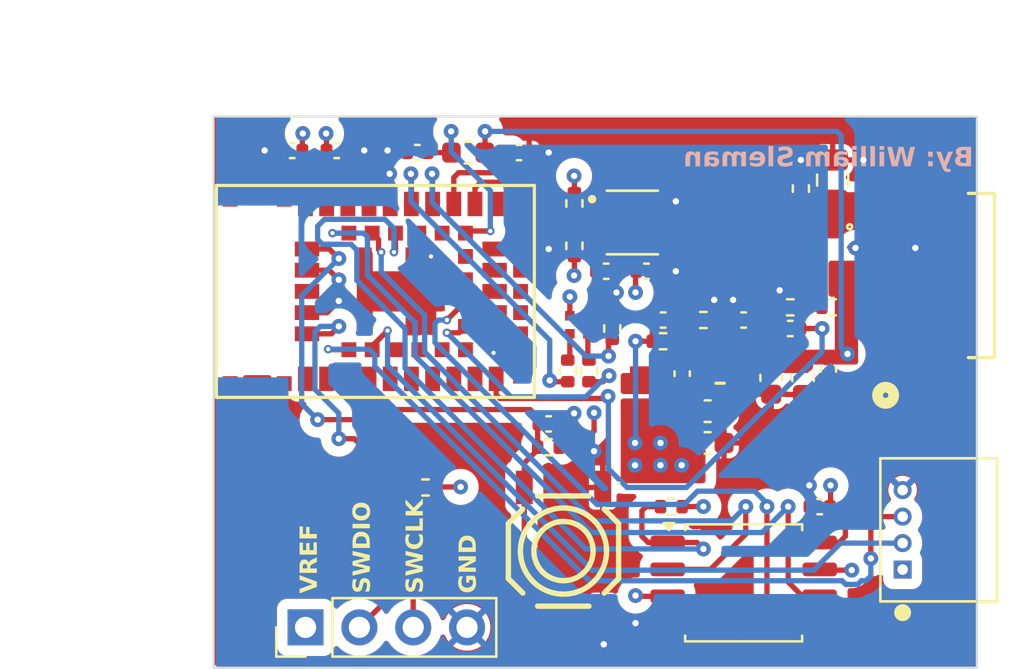
<source format=kicad_pcb>
(kicad_pcb (version 20241229) (generator "pcbnew") (generator_version "9.0")
  (layers (0 "F.Cu" signal) (4 "In1.Cu" signal "GND.Cu") (6 "In2.Cu" signal "3V3.Cu") (2 "B.Cu" signal) (13 "F.Paste" user) (15 "B.Paste" user) (5 "F.SilkS" user "F.Silkscreen") (7 "B.SilkS" user "B.Silkscreen") (1 "F.Mask" user) (3 "B.Mask" user) (25 "Edge.Cuts" user))
  (property "BOARD_NAME" "PCB NINA PROJECT")
  (property "RELEASE_DATE" "16-MAY-2025")
  (property "VARIANT" "DRAFT")
  (net 0 "")
  (net 1 "/[04] - MCU/RSTN")
  (net 2 "GND")
  (net 3 "+3V3")
  (net 4 "Net-(U1-VC)")
  (net 5 "/[04] - MCU/SAADC_AIN2")
  (net 6 "/[03] - Power Supply/BUCK_SW")
  (net 7 "Net-(U2-BST)")
  (net 8 "+VBUS")
  (net 9 "Net-(U2-FB)")
  (net 10 "Net-(U2-VCC)")
  (net 11 "Net-(U3-VBUS)")
  (net 14 "Net-(D2-Pad3)")
  (net 15 "Net-(D2-Pad4)")
  (net 16 "Net-(D2-Pad2)")
  (net 17 "/[04] - MCU/SWCLK")
  (net 18 "/[04] - MCU/SWDIO")
  (net 22 "/[04] - MCU/UART_TX")
  (net 23 "/[04] - MCU/UART_RX")
  (net 25 "/[04] - MCU/TWI1_SDA")
  (net 26 "/[04] - MCU/TWI1_SCL")
  (net 27 "/[04] - MCU/LED_RED")
  (net 28 "/[04] - MCU/LED_BLUE")
  (net 29 "/[04] - MCU/LED_GREEN")
  (net 30 "/[04] - MCU/SPI0_CS")
  (net 35 "/[04] - MCU/SPI0_MISO")
  (net 52 "/[04] - MCU/SPI0_SCK")
  (net 61 "/[04] - MCU/SPI0_MOSI")
  (net 67 "/[03] - Power Supply/SHIELD")
  (footprint "Resistor_SMD:R_0402_1005Metric" (layer "F.Cu") (at 197.015 87.6 90)
    (property "Reference" "R1" (hide yes))
    (property "Value" "4k7" (hide yes))
  )
  (footprint "Resistor_SMD:R_0402_1005Metric" (layer "F.Cu") (at 201.2 92.1)
    (property "Reference" "R9" (hide yes))
    (property "Value" "976k" (hide yes))
  )
  (footprint "Capacitor_SMD:C_0402_1005Metric" (layer "F.Cu") (at 209 93.425 -90)
    (property "Reference" "C7" (hide yes))
    (property "Value" "100n" (hide yes))
  )
  (footprint "Capacitor_SMD:C_0402_1005Metric" (layer "F.Cu") (at 201.2 91.1)
    (property "Reference" "C10" (hide yes))
    (property "Value" "22p" (hide yes))
  )
  (footprint "Resistor_SMD:R_0402_1005Metric" (layer "F.Cu") (at 201.5875 99.905 180)
    (property "Reference" "R13" (hide yes))
    (property "Value" "4k7" (hide yes))
  )
  (footprint "Capacitor_SMD:C_0603_1608Metric" (layer "F.Cu") (at 207.8 93.837563 -90)
    (property "Reference" "C9" (hide yes))
    (property "Value" "10u" (hide yes))
  )
  (footprint "0_ics:NINA_LGA71R_1500X1000X223_PCB" (layer "F.Cu") (at 187.625 89.75 180)
    (property "Reference" "U3" (hide yes))
    (property "Value" "NINA-B306" (hide yes))
  )
  (footprint "Capacitor_SMD:C_0402_1005Metric" (layer "F.Cu") (at 200.415 88.8)
    (property "Reference" "C2" (hide yes))
    (property "Value" "100n" (hide yes))
  )
  (footprint "0_others:SW-SMD_4P-L5.2-W5.2-P3.70-LS6.4" (layer "F.Cu") (at 196.5 102 -90)
    (property "Reference" "SW1")
    (property "Value" "PTS526SK15SMTR2LFS" (hide yes))
  )
  (footprint "Capacitor_SMD:C_0402_1005Metric" (layer "F.Cu") (at 202.1 93.630063 -90)
    (property "Reference" "C6" (hide yes))
    (property "Value" "100n" (hide yes))
  )
  (footprint "Capacitor_SMD:C_0402_1005Metric" (layer "F.Cu") (at 183.7 83.1 180)
    (property "Reference" "C16" (hide yes))
    (property "Value" "100n" (hide yes))
  )
  (footprint "0_ics:QFN-8_1p5MMx2MM_MNP" (layer "F.Cu") (at 203.9 92.9 180)
    (property "Reference" "U2" (hide yes))
    (property "Value" "MP2322GQH-P" (hide yes))
  )
  (footprint "Capacitor_SMD:C_0603_1608Metric" (layer "F.Cu") (at 203.3 96.9)
    (property "Reference" "C12" (hide yes))
    (property "Value" "10u" (hide yes))
  )
  (footprint "Resistor_SMD:R_0402_1005Metric" (layer "F.Cu") (at 198.8 91.5 -90)
    (property "Reference" "R7" (hide yes))
    (property "Value" "1k" (hide yes))
  )
  (footprint "0_connectors:CONN5_ZX62-AB-5PA_HIR" (layer "F.Cu") (at 214.2 88.9995 90)
    (property "Reference" "J2" (hide yes))
    (property "Value" "ZX62-AB-5PA(31)" (hide yes))
  )
  (footprint "Resistor_SMD:R_0402_1005Metric" (layer "F.Cu") (at 207.2 90.5005 180)
    (property "Reference" "R8" (hide yes))
    (property "Value" "1k" (hide yes))
  )
  (footprint "0_diodes:LED_SML-P24M_ROM" (layer "F.Cu") (at 197.225 91.325)
    (property "Reference" "D2" (hide yes))
    (property "Value" "~" (hide yes))
  )
  (footprint "0_diodes:SOT143B" (layer "F.Cu") (at 208.5 87.7 180)
    (property "Reference" "D1")
    (property "Value" "PRTR5V0U2X_215" (hide yes))
  )
  (footprint "Resistor_SMD:R_0402_1005Metric" (layer "F.Cu") (at 196.7 93.5 -90)
    (property "Reference" "R5" (hide yes))
    (property "Value" "1k" (hide yes))
  )
  (footprint "Capacitor_SMD:C_0603_1608Metric" (layer "F.Cu") (at 206.3 93.825 -90)
    (property "Reference" "C8" (hide yes))
    (property "Value" "10u" (hide yes))
  )
  (footprint "Capacitor_SMD:C_0805_2012Metric" (layer "F.Cu") (at 209.2 84.5 90)
    (property "Reference" "C4" (hide yes))
    (property "Value" "4.7n" (hide yes))
  )
  (footprint "Package_SO:SOIC-8_5.3x5.3mm_P1.27mm" (layer "F.Cu") (at 205 103.5)
    (property "Reference" "U4" (hide yes))
    (property "Value" "W25Q64JVSSIMTR" (hide yes))
  )
  (footprint "0_connectors:MOLEX_530480410" (layer "F.Cu") (at 212.5 102.8745 90)
    (property "Reference" "J3")
    (property "Value" "Conn_01x04" (hide yes))
  )
  (footprint "0_inductors:INDC2016X100N" (layer "F.Cu") (at 200.5 94.7 -90)
    (property "Reference" "L1")
    (property "Value" "MAKK2016T3R3M" (hide yes))
  )
  (footprint "Capacitor_SMD:C_0402_1005Metric" (layer "F.Cu") (at 198.515 88.8)
    (property "Reference" "C3" (hide yes))
    (property "Value" "100n" (hide yes))
  )
  (footprint "Capacitor_SMD:C_0402_1005Metric" (layer "F.Cu") (at 189.6 83.2 180)
    (property "Reference" "C15" (hide yes))
    (property "Value" "1n" (hide yes))
  )
  (footprint "Capacitor_SMD:C_0402_1005Metric" (layer "F.Cu") (at 205 91.1 180)
    (property "Reference" "C13" (hide yes))
    (property "Value" "100n" (hide yes))
  )
  (footprint "Capacitor_SMD:C_0402_1005Metric" (layer "F.Cu") (at 208.5875 99.905 180)
    (property "Reference" "C18" (hide yes))
    (property "Value" "100n" (hide yes))
  )
  (footprint "Resistor_SMD:R_0402_1005Metric" (layer "F.Cu") (at 203.1 91.1)
    (property "Reference" "R10" (hide yes))
    (property "Value" "220k" (hide yes))
  )
  (footprint "Capacitor_SMD:C_0402_1005Metric" (layer "F.Cu") (at 195.8 96)
    (property "Reference" "C1" (hide yes))
    (property "Value" "100n" (hide yes))
  )
  (footprint "Resistor_SMD:R_0402_1005Metric" (layer "F.Cu") (at 197.7 93.5 -90)
    (property "Reference" "R6" (hide yes))
    (property "Value" "1k" (hide yes))
  )
  (footprint "Resistor_SMD:R_0402_1005Metric" (layer "F.Cu") (at 209.2 90.5005 180)
    (property "Reference" "R4" (hide yes))
    (property "Value" "4k7" (hide yes))
  )
  (footprint "Resistor_SMD:R_0402_1005Metric" (layer "F.Cu") (at 189.99 99 180)
    (property "Reference" "R12" (hide yes))
    (property "Value" "4k7" (hide yes))
  )
  (footprint "0_ics:XDCR_HS3003" (layer "F.Cu") (at 199.75 86.5)
    (property "Reference" "U1")
    (property "Value" "HS3003" (hide yes))
  )
  (footprint "Capacitor_SMD:C_0402_1005Metric" (layer "F.Cu") (at 207.2 91.5005 180)
    (property "Reference" "C5" (hide yes))
    (property "Value" "100n" (hide yes))
  )
  (footprint "Resistor_SMD:R_0402_1005Metric" (layer "F.Cu") (at 207.7 84.9 90)
    (property "Reference" "R3" (hide yes))
    (property "Value" "1M" (hide yes))
  )
  (footprint "Inductor_SMD:L_0603_1608Metric" (layer "F.Cu") (at 192 83.2 180)
    (property "Reference" "FB1" (hide yes))
    (property "Value" "BLM18EG101TN1D" (hide yes))
  )
  (footprint "Resistor_SMD:R_0402_1005Metric" (layer "F.Cu") (at 197.015 85.6 -90)
    (property "Reference" "R2" (hide yes))
    (property "Value" "4k7" (hide yes))
  )
  (footprint "Capacitor_SMD:C_0402_1005Metric" (layer "F.Cu") (at 185.8 83.1)
    (property "Reference" "C17" (hide yes))
    (property "Value" "100n" (hide yes))
  )
  (footprint "Resistor_SMD:R_0402_1005Metric" (layer "F.Cu") (at 195.79 97.1 180)
    (property "Reference" "R11" (hide yes))
    (property "Value" "4k7" (hide yes))
  )
  (footprint "Connector_PinHeader_2.54mm:PinHeader_1x04_P2.54mm_Vertical" (layer "F.Cu") (at 184.33 105.6 90)
    (property "Reference" "J1" (hide yes))
    (property "Value" "Conn_01x04" (hide yes))
  )
  (footprint "Capacitor_SMD:C_0402_1005Metric" (layer "F.Cu") (at 194.4 83.2)
    (property "Reference" "C14" (hide yes))
    (property "Value" "1n" (hide yes))
  )
  (footprint "Capacitor_SMD:C_0603_1608Metric" (layer "F.Cu") (at 203.3 95.4)
    (property "Reference" "C11" (hide yes))
    (property "Value" "10u" (hide yes))
  )
  (gr_rect (start 180 81.5) (end 216 107.5) (stroke (width 0.1)) (fill no) (layer "Edge.Cuts"))
  (gr_text "SWDIO" (at 187.5 104 90) (layer "F.SilkS") (effects (font (size 0.8 0.8) (thickness 0.2) (bold yes)) (justify left bottom)))
  (gr_text "SWCLK" (at 190 104 90) (layer "F.SilkS") (effects (font (size 0.8 0.8) (thickness 0.2) (bold yes)) (justify left bottom)))
  (gr_text "GND" (at 192.5 104 90) (layer "F.SilkS") (effects (font (size 0.8 0.8) (thickness 0.2) (bold yes)) (justify left bottom)))
  (gr_text "VREF" (at 185 104 90) (layer "F.SilkS") (effects (font (size 0.8 0.8) (thickness 0.2) (bold yes)) (justify left bottom)))
  (gr_text "By: William Sleman" (at 209 84 0) (layer "B.SilkS") (effects (font (size 0.9 0.9) (thickness 0.2) (bold yes)) (justify bottom mirror)))
  (segment (start 187.649 95.324) (end 187.325 95) (width 0.25) (layer "F.Cu") (net 1))
  (segment (start 195.32 96) (end 195.32 95.72) (width 0.25) (layer "F.Cu") (net 1))
  (segment (start 194.924 95.324) (end 187.649 95.324) (width 0.25) (layer "F.Cu") (net 1))
  (segment (start 195.28 97.22) (end 195.28 97.1) (width 0.25) (layer "F.Cu") (net 1))
  (segment (start 195.28 96.04) (end 195.32 96) (width 0.25) (layer "F.Cu") (net 1))
  (segment (start 194.650114 99) (end 194.650114 97.849886) (width 0.25) (layer "F.Cu") (net 1))
  (segment (start 194.650114 105) (end 194.650114 99) (width 0.25) (layer "F.Cu") (net 1))
  (segment (start 195.28 97.1) (end 195.28 96.04) (width 0.25) (layer "F.Cu") (net 1))
  (segment (start 195.32 95.72) (end 194.924 95.324) (width 0.25) (layer "F.Cu") (net 1))
  (segment (start 187.325 95) (end 187.325 93.875) (width 0.25) (layer "F.Cu") (net 1))
  (segment (start 194.650114 97.849886) (end 195.28 97.22) (width 0.25) (layer "F.Cu") (net 1))
  (segment (start 196.78 95.5) (end 196.28 96) (width 0.25) (layer "F.Cu") (net 2))
  (segment (start 188.325 84.225) (end 188.3 84.2) (width 0.25) (layer "F.Cu") (net 2))
  (segment (start 193.2 92.65) (end 193.2 91.8) (width 0.25) (layer "F.Cu") (net 2))
  (segment (start 204.5 90.15) (end 204.5 90.2) (width 0.25) (layer "F.Cu") (net 2))
  (segment (start 193.25 87.75) (end 194.475 87.75) (width 0.25) (layer "F.Cu") (net 2))
  (segment (start 208.1 98.9) (end 208.1 99.8975) (width 0.25) (layer "F.Cu") (net 2))
  (segment (start 210.5005 87.6995) (end 211.6981 87.6995) (width 0.25) (layer "F.Cu") (net 2))
  (segment (start 198.4 106.4) (end 198.4 105.050114) (width 0.25) (layer "F.Cu") (net 2))
  (segment (start 206.72 91.5005) (end 206.72 89.82) (width 0.25) (layer "F.Cu") (net 2))
  (segment (start 185.350003 90.749997) (end 184.4 90.749997) (width 0.25) (layer "F.Cu") (net 2))
  (segment (start 197 95.5) (end 196.78 95.5) (width 0.25) (layer "F.Cu") (net 2))
  (segment (start 207.7 84.39) (end 207.7 83.6) (width 0.25) (layer "F.Cu") (net 2))
  (segment (start 210.275 87.7) (end 210.5 87.7) (width 0.25) (layer "F.Cu") (net 2))
  (segment (start 204.52 91.1) (end 204.52 90.17) (width 0.25) (layer "F.Cu") (net 2))
  (segment (start 199.905 105.405) (end 201.4125 105.405) (width 0.25) (layer "F.Cu") (net 2))
  (segment (start 200.8 85.5) (end 201.8 85.5) (width 0.25) (layer "F.Cu") (net 2))
  (segment (start 198.995 88.8) (end 198.995 89.795) (width 0.25) (layer "F.Cu") (net 2))
  (segment (start 204.52 90.17) (end 204.5 90.15) (width 0.25) (layer "F.Cu") (net 2))
  (segment (start 213.1 87.7) (end 211.6986 87.7) (width 0.25) (layer "F.Cu") (net 2))
  (segment (start 210.5 87.7) (end 210.5005 87.6995) (width 0.25) (layer "F.Cu") (net 2))
  (segment (start 210.65 83.55) (end 209.2 83.55) (width 0.25) (layer "F.Cu") (net 2))
  (segment (start 198.4 105.050114) (end 198.349886 105) (width 0.25) (layer "F.Cu") (net 2))
  (segment (start 197.987302 97.287302) (end 198.349886 97.649886) (width 0.25) (layer "F.Cu") (net 2))
  (segment (start 185.45 88.75) (end 185.9 89.2) (width 0.25) (layer "F.Cu") (net 2))
  (segment (start 193.2 91.8) (end 193.25 91.75) (width 0.25) (layer "F.Cu") (net 2))
  (segment (start 194.475 87.75) (end 195.8 87.75) (width 0.25) (layer "F.Cu") (net 2))
  (segment (start 203.61 91.1) (end 203.61 90.15) (width 0.25) (layer "F.Cu") (net 2))
  (segment (start 199.9 105.4) (end 199.905 105.405) (width 0.25) (layer "F.Cu") (net 2))
  (segment (start 189.02 83.1) (end 189.12 83.2) (width 0.25) (layer "F.Cu") (net 2))
  (segment (start 188.325 85.625) (end 188.325 84.225) (width 0.25) (layer "F.Cu") (net 2))
  (segment (start 206.7 89.8) (end 206.72 89.82) (width 0.25) (layer "F.Cu") (net 2))
  (segment (start 198.995 89.795) (end 199 89.8) (width 0.25) (layer "F.Cu") (net 2))
  (segment (start 185.9 90.2) (end 185.350003 90.749997) (width 0.25) (layer "F.Cu") (net 2))
  (segment (start 188.2 83.1) (end 189.02 83.1) (width 0.25) (layer "F.Cu") (net 2))
  (segment (start 195.8 83.2) (end 194.88 83.2) (width 0.25) (layer "F.Cu") (net 2))
  (segment (start 203.61 90.15) (end 203.6 90.16) (width 0.25) (layer "F.Cu") (net 2))
  (segment (start 197.942293 97.287302) (end 197.987302 97.287302) (width 0.25) (layer "F.Cu") (net 2))
  (segment (start 211.6986 87.7) (end 211.6981 87.6995) (width 0.25) (layer "F.Cu") (net 2))
  (segment (start 200.895 88.8) (end 201.8 88.8) (width 0.25) (layer "F.Cu") (net 2))
  (segment (start 208.1 99.8975) (end 208.1075 99.905) (width 0.25) (layer "F.Cu") (net 2))
  (segment (start 183.22 83.1) (end 182.4 83.1) (width 0.25) (layer "F.Cu") (net 2))
  (segment (start 203.6 90.16) (end 203.6 90.2) (width 0.25) (layer "F.Cu") (net 2))
  (segment (start 184.4 88.75) (end 185.45 88.75) (width 0.25) (layer "F.Cu") (net 2))
  (segment (start 198.349886 97.649886) (end 198.349886 99) (width 0.25) (layer "F.Cu") (net 2))
  (segment (start 187.1 83.1) (end 186.28 83.1) (width 0.25) (layer "F.Cu") (net 2))
  (via (at 203.61 90.15) (size 0.7) (drill 0.3) (layers "F.Cu" "B.Cu") (net 2))
  (via (at 199.9 105.4) (size 0.7) (drill 0.3) (layers "F.Cu" "B.Cu") (net 2))
  (via (at 185.9 89.2) (size 0.7) (drill 0.3) (layers "F.Cu" "B.Cu") (net 2))
  (via (at 187.1 83.1) (size 0.7) (drill 0.3) (layers "F.Cu" "B.Cu") (net 2))
  (via (at 197 95.5) (size 0.7) (drill 0.3) (layers "F.Cu" "B.Cu") (net 2))
  (via (at 193.2 92.65) (size 0.4) (drill 0.2) (layers "F.Cu" "B.Cu") (net 2))
  (via (at 210.65 83.55) (size 0.7) (drill 0.3) (layers "F.Cu" "B.Cu") (net 2))
  (via (at 197.942293 97.287302) (size 0.7) (drill 0.3) (layers "F.Cu" "B.Cu") (net 2))
  (via (at 206.7 89.7) (size 0.7) (drill 0.3) (layers "F.Cu" "B.Cu") (net 2))
  (via (at 195.8 87.75) (size 0.7) (drill 0.3) (layers "F.Cu" "B.Cu") (net 2))
  (via (at 195.8 83.2) (size 0.7) (drill 0.3) (layers "F.Cu" "B.Cu") (net 2))
  (via (at 190.25 88.1) (size 0.4) (drill 0.2) (layers "F.Cu" "B.Cu") (net 2))
  (via (at 185.9 90.2) (size 0.7) (drill 0.3) (layers "F.Cu" "B.Cu") (net 2))
  (via (at 207.7 83.55) (size 0.7) (drill 0.3) (layers "F.Cu" "B.Cu") (net 2))
  (via (at 201.8 85.5) (size 0.7) (drill 0.3) (layers "F.Cu" "B.Cu") (net 2))
  (via (at 188.2 83.1) (size 0.7) (drill 0.3) (layers "F.Cu" "B.Cu") (net 2))
  (via (at 182.4 83.1) (size 0.7) (drill 0.3) (layers "F.Cu" "B.Cu") (net 2))
  (via (at 208.1 98.9) (size 0.7) (drill 0.3) (layers "F.Cu" "B.Cu") (net 2))
  (via (at 210.275 87.7) (size 0.7) (drill 0.3) (layers "F.Cu" "B.Cu") (net 2))
  (via (at 199 89.8) (size 0.7) (drill 0.3) (layers "F.Cu" "B.Cu") (net 2))
  (via (at 198.4 106.4) (size 0.7) (drill 0.3) (layers "F.Cu" "B.Cu") (net 2))
  (via (at 201.8 88.8) (size 0.7) (drill 0.3) (layers "F.Cu" "B.Cu") (net 2))
  (via (at 204.5 90.15) (size 0.7) (drill 0.3) (layers "F.Cu" "B.Cu") (net 2))
  (via (at 213.1 87.7) (size 0.7) (drill 0.3) (layers "F.Cu" "B.Cu") (net 2))
  (via (at 188.3 84.2) (size 0.7) (drill 0.3) (layers "F.Cu" "B.Cu") (net 2))
  (segment (start 185.325 83.105) (end 185.32 83.1) (width 0.25) (layer "F.Cu") (net 3))
  (segment (start 185.32 82.42) (end 185.3 82.4) (width 0.25) (layer "F.Cu") (net 3))
  (segment (start 197.015 84.315) (end 197 84.3) (width 0.25) (layer "F.Cu") (net 3))
  (segment (start 197.015 88.985) (end 197 89) (width 0.25) (layer "F.Cu") (net 3))
  (segment (start 185.325 85.625) (end 185.325 83.805) (width 0.25) (layer "F.Cu") (net 3))
  (segment (start 197.015 85.09) (end 197.015 84.315) (width 0.25) (layer "F.Cu") (net 3))
  (segment (start 209.8 101.3) (end 209.8 100.2) (width 0.25) (layer "F.Cu") (net 3))
  (segment (start 184.325 83.245) (end 184.18 83.1) (width 0.25) (layer "F.Cu") (net 3))
  (segment (start 209.1 99.8725) (end 209.0675 99.905) (width 0.25) (layer "F.Cu") (net 3))
  (segment (start 196.8 90.9) (end 196.8 90) (width 0.25) (layer "F.Cu") (net 3))
  (segment (start 196.3 97.1) (end 197.175 97.1) (width 0.25) (layer "F.Cu") (net 3))
  (segment (start 209.1 98.9) (end 209.1 99.8725) (width 0.25) (layer "F.Cu") (net 3))
  (segment (start 197.943293 96.331707) (end 197.943293 95.475) (width 0.25) (layer "F.Cu") (net 3))
  (segment (start 209.8 100.2) (end 209.505 99.905) (width 0.25) (layer "F.Cu") (net 3))
  (segment (start 203.1 99.9) (end 202.1025 99.9) (width 0.25) (layer "F.Cu") (net 3))
  (segment (start 197.015 88.11) (end 197.015 88.985) (width 0.25) (layer "F.Cu") (net 3))
  (segment (start 200.035 104.135) (end 200 104.1) (width 0.25) (layer "F.Cu") (net 3))
  (segment (start 199.935 87.665) (end 200.1 87.5) (width 0.25) (layer "F.Cu") (net 3))
  (segment (start 208.5875 101.595) (end 209.505 101.595) (width 0.25) (layer "F.Cu") (net 3))
  (segment (start 199.935 88.8) (end 199.935 87.665) (width 0.25) (layer "F.Cu") (net 3))
  (segment (start 199.9 89.8) (end 199.9 88.835) (width 0.25) (layer "F.Cu") (net 3))
  (segment (start 185.32 83.1) (end 185.32 82.42) (width 0.25) (layer "F.Cu") (net 3))
  (segment (start 209.505 101.595) (end 209.8 101.3) (width 0.25) (layer "F.Cu") (net 3))
  (segment (start 184.18 84.58) (end 184.18 83.1) (width 0.25) (layer "F.Cu") (net 3))
  (segment (start 191.645 98.975) (end 190.525 98.975) (width 0.25) (layer "F.Cu") (net 3))
  (segment (start 208.6225 102.9) (end 208.5875 102.865) (width 0.25) (layer "F.Cu") (net 3))
  (segment (start 184.18 82.42) (end 184.2 82.4) (width 0.25) (layer "F.Cu") (net 3))
  (segment (start 199.9 88.835) (end 199.935 88.8) (width 0.25) (layer "F.Cu") (net 3))
  (segment (start 197.175 97.1) (end 197.943293 96.331707) (width 0.25) (layer "F.Cu") (net 3))
  (segment (start 184.18 83.1) (end 184.18 82.42) (width 0.25) (layer "F.Cu") (net 3))
  (segment (start 184.325 84.725) (end 184.18 84.58) (width 0.25) (layer "F.Cu") (net 3))
  (segment (start 209.505 99.905) (end 209.0675 99.905) (width 0.25) (layer "F.Cu") (net 3))
  (segment (start 185.325 83.805) (end 185.32 83.8) (width 0.25) (layer "F.Cu") (net 3))
  (segment (start 210.1 102.9) (end 208.6225 102.9) (width 0.25) (layer "F.Cu") (net 3))
  (segment (start 184.325 85.625) (end 184.325 84.725) (width 0.25) (layer "F.Cu") (net 3))
  (segment (start 200.1 87.5) (end 200.8 87.5) (width 0.25) (layer "F.Cu") (net 3))
  (segment (start 200.69 92.1) (end 200.69 91.13) (width 0.25) (layer "F.Cu") (net 3))
  (segment (start 185.32 83.8) (end 185.32 83.1) (width 0.25) (layer "F.Cu") (net 3))
  (segment (start 202.1025 99.9) (end 202.0975 99.905) (width 0.25) (layer "F.Cu") (net 3))
  (segment (start 201.4125 104.135) (end 200.035 104.135) (width 0.25) (layer "F.Cu") (net 3))
  (segment (start 200.69 92.1) (end 199.9 92.1) (width 0.25) (layer "F.Cu") (net 3))
  (segment (start 200.69 91.13) (end 200.72 91.1) (width 0.25) (layer "F.Cu") (net 3))
  (via (at 191.645 98.975) (size 0.7) (drill 0.3) (layers "F.Cu" "B.Cu") (net 3))
  (via (at 199.9 104.1) (size 0.7) (drill 0.3) (layers "F.Cu" "B.Cu") (net 3))
  (via (at 209.1 98.9) (size 0.7) (drill 0.3) (layers "F.Cu" "B.Cu") (net 3))
  (via (at 199.875 96.9) (size 0.7) (drill 0.3) (layers "F.Cu" "B.Cu") (net 3))
  (via (at 202.075 97.95) (size 0.7) (drill 0.3) (layers "F.Cu" "B.Cu") (net 3))
  (via (at 197.943293 95.475) (size 0.7) (drill 0.3) (layers "F.Cu" "B.Cu") (net 3))
  (via (at 201.075 97.95) (size 0.7) (drill 0.3) (layers "F.Cu" "B.Cu") (net 3))
  (via (at 199.875 97.95) (size 0.7) (drill 0.3) (layers "F.Cu" "B.Cu") (net 3))
  (via (at 210.1 102.9) (size 0.7) (drill 0.3) (layers "F.Cu" "B.Cu") (net 3))
  (via (at 197 84.3) (size 0.7) (drill 0.3) (layers "F.Cu" "B.Cu") (net 3))
  (via (at 197 89) (size 0.7) (drill 0.3) (layers "F.Cu" "B.Cu") (net 3))
  (via (at 196.8 90) (size 0.7) (drill 0.3) (layers "F.Cu" "B.Cu") (net 3))
  (via (at 203.1 99.9) (size 0.7) (drill 0.3) (layers "F.Cu" "B.Cu") (net 3))
  (via (at 199.9 89.8) (size 0.7) (drill 0.3) (layers "F.Cu" "B.Cu") (net 3))
  (via (at 199.9 92.1) (size 0.7) (drill 0.3) (layers "F.Cu" "B.Cu") (net 3))
  (via (at 184.2 82.3) (size 0.7) (drill 0.3) (layers "F.Cu" "B.Cu") (net 3))
  (via (at 185.3 82.3) (size 0.7) (drill 0.3) (layers "F.Cu" "B.Cu") (net 3))
  (via (at 201.075 96.9) (size 0.7) (drill 0.3) (layers "F.Cu" "B.Cu") (net 3))
  (segment (start 199.9 97.1) (end 199.9 92.1) (width 0.25) (layer "B.Cu") (net 3))
  (segment (start 198.035 87.7) (end 198.235 87.5) (width 0.25) (layer "F.Cu") (net 4))
  (segment (start 198.235 87.5) (end 198.7 87.5) (width 0.25) (layer "F.Cu") (net 4))
  (segment (start 198.035 88.8) (end 198.035 87.7) (width 0.25) (layer "F.Cu") (net 4))
  (segment (start 207.68 91.5005) (end 208.6995 91.5005) (width 0.25) (layer "F.Cu") (net 5))
  (segment (start 198.5 94.8) (end 198.6 94.7) (width 0.25) (layer "F.Cu") (net 5))
  (segment (start 208.69 90.5005) (end 207.71 90.5005) (width 0.25) (layer "F.Cu") (net 5))
  (segment (start 208.7 91.5) (end 208.6995 91.5005) (width 0.25) (layer "F.Cu") (net 5))
  (segment (start 193.5 94.8) (end 198.5 94.8) (width 0.25) (layer "F.Cu") (net 5))
  (segment (start 207.71 90.5005) (end 207.71 91.4705) (width 0.25) (layer "F.Cu") (net 5))
  (segment (start 193.325 93.875) (end 193.325 94.625) (width 0.25) (layer "F.Cu") (net 5))
  (segment (start 207.71 91.4705) (end 207.68 91.5005) (width 0.25) (layer "F.Cu") (net 5))
  (segment (start 193.325 94.625) (end 193.5 94.8) (width 0.25) (layer "F.Cu") (net 5))
  (via (at 198.6 94.7) (size 0.7) (drill 0.3) (layers "F.Cu" "B.Cu") (net 5))
  (via (at 208.7 91.5) (size 0.7) (drill 0.3) (layers "F.Cu" "B.Cu") (net 5))
  (segment (start 208.7 92.6) (end 208.7 91.5) (width 0.25) (layer "B.Cu") (net 5))
  (segment (start 202.3 99) (end 208.7 92.6) (width 0.25) (layer "B.Cu") (net 5))
  (segment (start 198.618293 94.718293) (end 198.618293 98.118293) (width 0.25) (layer "B.Cu") (net 5))
  (segment (start 199.5 99) (end 202.3 99) (width 0.25) (layer "B.Cu") (net 5))
  (segment (start 198.6 94.7) (end 198.618293 94.718293) (width 0.25) (layer "B.Cu") (net 5))
  (segment (start 198.618293 98.118293) (end 199.5 99) (width 0.25) (layer "B.Cu") (net 5))
  (segment (start 203.199999 93.150063) (end 202.1 93.150063) (width 0.25) (layer "F.Cu") (net 7))
  (segment (start 192.8 83.1875) (end 192.7875 83.2) (width 0.25) (layer "F.Cu") (net 8))
  (segment (start 193.92 83.2) (end 192.7875 83.2) (width 0.25) (layer "F.Cu") (net 8))
  (segment (start 192.8 82.2) (end 192.8 83.1875) (width 0.25) (layer "F.Cu") (net 8))
  (via (at 209.9 92.7) (size 0.7) (drill 0.3) (layers "F.Cu" "B.Cu") (net 8))
  (via (at 192.8 82.2) (size 0.7) (drill 0.3) (layers "F.Cu" "B.Cu") (net 8))
  (segment (start 209.9 92.7) (end 209.6 92.4) (width 0.25) (layer "B.Cu") (net 8))
  (segment (start 209.6 92.4) (end 209.6 82.4) (width 0.25) (layer "B.Cu") (net 8))
  (segment (start 209.4 82.2) (end 192.8 82.2) (width 0.25) (layer "B.Cu") (net 8))
  (segment (start 209.6 82.4) (end 209.4 82.2) (width 0.25) (layer "B.Cu") (net 8))
  (segment (start 201.71 92.1) (end 201.71 91.13) (width 0.25) (layer "F.Cu") (net 9))
  (segment (start 201.71 91.13) (end 201.68 91.1) (width 0.25) (layer "F.Cu") (net 9))
  (segment (start 201.68 91.1) (end 202.59 91.1) (width 0.25) (layer "F.Cu") (net 9))
  (segment (start 202.59 91.99) (end 202.59 91.1) (width 0.25) (layer "F.Cu") (net 9))
  (segment (start 202.749811 92.149811) (end 202.59 91.99) (width 0.25) (layer "F.Cu") (net 9))
  (segment (start 203.199999 92.149811) (end 202.749811 92.149811) (width 0.25) (layer "F.Cu") (net 9))
  (segment (start 205.48 91.82) (end 205.48 91.1) (width 0.25) (layer "F.Cu") (net 10))
  (segment (start 205.150189 92.149811) (end 205.48 91.82) (width 0.25) (layer "F.Cu") (net 10))
  (segment (start 204.600001 92.149811) (end 205.150189 92.149811) (width 0.25) (layer "F.Cu") (net 10))
  (segment (start 191.95 87) (end 191.875 87) (width 0.25) (layer "F.Cu") (net 11))
  (segment (start 193.05 86.9) (end 192.05 86.9) (width 0.25) (layer "F.Cu") (net 11))
  (segment (start 191.2 83.1875) (end 191.2125 83.2) (width 0.25) (layer "F.Cu") (net 11))
  (segment (start 190.08 83.2) (end 191.2125 83.2) (width 0.25) (layer "F.Cu") (net 11))
  (segment (start 192.05 86.9) (end 191.95 87) (width 0.25) (layer "F.Cu") (net 11))
  (segment (start 191.2 82.2) (end 191.2 83.1875) (width 0.25) (layer "F.Cu") (net 11))
  (via (at 193.05 86.9) (size 0.4) (drill 0.2) (layers "F.Cu" "B.Cu") (net 11))
  (via (at 191.2 82.2) (size 0.7) (drill 0.3) (layers "F.Cu" "B.Cu") (net 11))
  (segment (start 191.2 82.2) (end 191.2 83.15) (width 0.25) (layer "B.Cu") (net 11))
  (segment (start 191.2 83.15) (end 193.05 85) (width 0.25) (layer "B.Cu") (net 11))
  (segment (start 193.05 85) (end 193.05 86.9) (width 0.25) (layer "B.Cu") (net 11))
  (segment (start 197.65 91.75) (end 197.65 92.94) (width 0.25) (layer "F.Cu") (net 14))
  (segment (start 197.65 92.94) (end 197.7 92.99) (width 0.25) (layer "F.Cu") (net 14))
  (segment (start 198.71 90.9) (end 198.8 90.99) (width 0.25) (layer "F.Cu") (net 15))
  (segment (start 197.65 90.9) (end 198.71 90.9) (width 0.25) (layer "F.Cu") (net 15))
  (segment (start 196.8 92.89) (end 196.7 92.99) (width 0.25) (layer "F.Cu") (net 16))
  (segment (start 196.8 91.75) (end 196.8 92.89) (width 0.25) (layer "F.Cu") (net 16))
  (segment (start 189.41 97.91) (end 189.41 105.6) (width 0.25) (layer "F.Cu") (net 17))
  (segment (start 185.45 87.75) (end 184.4 87.75) (width 0.25) (layer "F.Cu") (net 17))
  (segment (start 185.9 88.2) (end 185.45 87.75) (width 0.25) (layer "F.Cu") (net 17))
  (segment (start 187.3 95.8) (end 189.41 97.91) (width 0.25) (layer "F.Cu") (net 17))
  (segment (start 184.9 95.8) (end 187.3 95.8) (width 0.25) (layer "F.Cu") (net 17))
  (via (at 184.9 95.8) (size 0.7) (drill 0.3) (layers "F.Cu" "B.Cu") (net 17))
  (via (at 185.9 88.2) (size 0.7) (drill 0.3) (layers "F.Cu" "B.Cu") (net 17))
  (segment (start 184.9 95.8) (end 184.15 95.05) (width 0.25) (layer "B.Cu") (net 17))
  (segment (start 184.15 95.05) (end 184.15 89.95) (width 0.25) (layer "B.Cu") (net 17))
  (segment (start 184.15 89.95) (end 185.9 88.2) (width 0.25) (layer "B.Cu") (net 17))
  (segment (start 188.575 98.65) (end 186.625 96.7) (width 0.25) (layer "F.Cu") (net 18))
  (segment (start 186.87 105.6) (end 188.575 103.895) (width 0.25) (layer "F.Cu") (net 18))
  (segment (start 188.575 103.895) (end 188.575 98.65) (width 0.25) (layer "F.Cu") (net 18))
  (segment (start 186.625 96.7) (end 185.9 96.7) (width 0.25) (layer "F.Cu") (net 18))
  (segment (start 185.55 91.75) (end 185.9 91.4) (width 0.25) (layer "F.Cu") (net 18))
  (segment (start 184.4 91.75) (end 185.55 91.75) (width 0.25) (layer "F.Cu") (net 18))
  (via (at 185.9 91.4) (size 0.7) (drill 0.3) (layers "F.Cu" "B.Cu") (net 18))
  (via (at 185.9 96.7) (size 0.7) (drill 0.3) (layers "F.Cu" "B.Cu") (net 18))
  (segment (start 185.9 96.7) (end 185.9 95.5) (width 0.25) (layer "B.Cu") (net 18))
  (segment (start 185.025 91.4) (end 185.9 91.4) (width 0.25) (layer "B.Cu") (net 18))
  (segment (start 185.9 95.5) (end 184.775 94.375) (width 0.25) (layer "B.Cu") (net 18))
  (segment (start 184.775 94.375) (end 184.775 91.65) (width 0.25) (layer "B.Cu") (net 18))
  (segment (start 184.775 91.65) (end 185.025 91.4) (width 0.25) (layer "B.Cu") (net 18))
  (segment (start 187.475 92.325) (end 188.2 91.6) (width 0.25) (layer "F.Cu") (net 22))
  (segment (start 187.475 92.5) (end 187.475 92.325) (width 0.25) (layer "F.Cu") (net 22))
  (via (at 188.2 91.6) (size 0.4) (drill 0.2) (layers "F.Cu" "B.Cu") (net 22))
  (segment (start 208.3 102.9) (end 209.5755 101.6245) (width 0.25) (layer "B.Cu") (net 22))
  (segment (start 188.2 91.6) (end 188.2 93.25) (width 0.25) (layer "B.Cu") (net 22))
  (segment (start 197.85 102.9) (end 208.3 102.9) (width 0.25) (layer "B.Cu") (net 22))
  (segment (start 209.5755 101.6245) (end 212.5 101.6245) (width 0.25) (layer "B.Cu") (net 22))
  (segment (start 188.2 93.25) (end 197.85 102.9) (width 0.25) (layer "B.Cu") (net 22))
  (segment (start 186.375 92.5) (end 185.425 92.5) (width 0.25) (layer "F.Cu") (net 23))
  (segment (start 211.4505 100.3745) (end 211 100.825) (width 0.25) (layer "F.Cu") (net 23))
  (segment (start 212.5 100.3745) (end 211.4505 100.3745) (width 0.25) (layer "F.Cu") (net 23))
  (segment (start 211 100.825) (end 211 102.35) (width 0.25) (layer "F.Cu") (net 23))
  (segment (start 185.425 92.5) (end 185.4 92.475) (width 0.25) (layer "F.Cu") (net 23))
  (via (at 185.4 92.475) (size 0.4) (drill 0.2) (layers "F.Cu" "B.Cu") (net 23))
  (via (at 211 102.35) (size 0.7) (drill 0.3) (layers "F.Cu" "B.Cu") (net 23))
  (segment (start 211 103.175) (end 210.775 103.4) (width 0.25) (layer "B.Cu") (net 23))
  (segment (start 210.556009 103.4) (end 210.380009 103.576) (width 0.25) (layer "B.Cu") (net 23))
  (segment (start 187.325 92.475) (end 185.4 92.475) (width 0.25) (layer "B.Cu") (net 23))
  (segment (start 211 102.35) (end 211 103.175) (width 0.25) (layer "B.Cu") (net 23))
  (segment (start 209.819991 103.576) (end 209.643991 103.4) (width 0.25) (layer "B.Cu") (net 23))
  (segment (start 210.775 103.4) (end 210.556009 103.4) (width 0.25) (layer "B.Cu") (net 23))
  (segment (start 197.71219 103.4) (end 187.6 93.28781) (width 0.25) (layer "B.Cu") (net 23))
  (segment (start 209.643991 103.4) (end 197.71219 103.4) (width 0.25) (layer "B.Cu") (net 23))
  (segment (start 187.6 92.75) (end 187.325 92.475) (width 0.25) (layer "B.Cu") (net 23))
  (segment (start 210.380009 103.576) (end 209.819991 103.576) (width 0.25) (layer "B.Cu") (net 23))
  (segment (start 187.6 93.28781) (end 187.6 92.75) (width 0.25) (layer "B.Cu") (net 23))
  (segment (start 197.93781 86.5) (end 197.8 86.63781) (width 0.25) (layer "F.Cu") (net 25))
  (segment (start 197.8 86.63781) (end 197.8 87) (width 0.25) (layer "F.Cu") (net 25))
  (segment (start 195.7 86.6) (end 196.19 87.09) (width 0.25) (layer "F.Cu") (net 25))
  (segment (start 195.7 85.2) (end 195.7 86.6) (width 0.25) (layer "F.Cu") (net 25))
  (segment (start 197.71 87.09) (end 197.015 87.09) (width 0.25) (layer "F.Cu") (net 25))
  (segment (start 192.325 84.875) (end 192.6 84.6) (width 0.25) (layer "F.Cu") (net 25))
  (segment (start 192.325 85.625) (end 192.325 84.875) (width 0.25) (layer "F.Cu") (net 25))
  (segment (start 192.6 84.6) (end 195.1 84.6) (width 0.25) (layer "F.Cu") (net 25))
  (segment (start 195.1 84.6) (end 195.7 85.2) (width 0.25) (layer "F.Cu") (net 25))
  (segment (start 198.7 86.5) (end 197.93781 86.5) (width 0.25) (layer "F.Cu") (net 25))
  (segment (start 196.19 87.09) (end 197.015 87.09) (width 0.25) (layer "F.Cu") (net 25))
  (segment (start 197.8 87) (end 197.71 87.09) (width 0.25) (layer "F.Cu") (net 25))
  (segment (start 197.69 86.11) (end 197.015 86.11) (width 0.25) (layer "F.Cu") (net 26))
  (segment (start 197.8 85.6) (end 197.8 86) (width 0.25) (layer "F.Cu") (net 26))
  (segment (start 196.361 86.11) (end 196.151 85.9) (width 0.25) (layer "F.Cu") (net 26))
  (segment (start 196.151 85.9) (end 196.151 84.951) (width 0.25) (layer "F.Cu") (net 26))
  (segment (start 197.015 86.11) (end 196.361 86.11) (width 0.25) (layer "F.Cu") (net 26))
  (segment (start 198.7 85.5) (end 197.9 85.5) (width 0.25) (layer "F.Cu") (net 26))
  (segment (start 191.325 84.375) (end 191.325 85.625) (width 0.25) (layer "F.Cu") (net 26))
  (segment (start 195.349 84.149) (end 191.551 84.149) (width 0.25) (layer "F.Cu") (net 26))
  (segment (start 196.151 84.951) (end 195.349 84.149) (width 0.25) (layer "F.Cu") (net 26))
  (segment (start 191.551 84.149) (end 191.325 84.375) (width 0.25) (layer "F.Cu") (net 26))
  (segment (start 197.9 85.5) (end 197.8 85.6) (width 0.25) (layer "F.Cu") (net 26))
  (segment (start 197.8 86) (end 197.69 86.11) (width 0.25) (layer "F.Cu") (net 26))
  (segment (start 196.7 94.01) (end 195.91 94.01) (width 0.25) (layer "F.Cu") (net 27))
  (segment (start 195.91 94.01) (end 195.85 93.95) (width 0.25) (layer "F.Cu") (net 27))
  (segment (start 189.325 85.625) (end 189.325 84.225) (width 0.25) (layer "F.Cu") (net 27))
  (segment (start 189.325 84.225) (end 189.3 84.2) (width 0.25) (layer "F.Cu") (net 27))
  (via (at 195.85 93.95) (size 0.7) (drill 0.3) (layers "F.Cu" "B.Cu") (net 27))
  (via (at 189.3 84.2) (size 0.7) (drill 0.3) (layers "F.Cu" "B.Cu") (net 27))
  (segment (start 195.85 92.05) (end 189.3 85.5) (width 0.25) (layer "B.Cu") (net 27))
  (segment (start 189.3 85.5) (end 189.3 84.2) (width 0.25) (layer "B.Cu") (net 27))
  (segment (start 195.85 93.95) (end 195.85 92.05) (width 0.25) (layer "B.Cu") (net 27))
  (segment (start 191 91.7) (end 191.575 91.7) (width 0.25) (layer "F.Cu") (net 28))
  (segment (start 197.7 94.01) (end 198.365 94.01) (width 0.25) (layer "F.Cu") (net 28))
  (segment (start 191.575 91.7) (end 191.875 91.4) (width 0.25) (layer "F.Cu") (net 28))
  (segment (start 198.365 94.01) (end 198.65 93.725) (width 0.25) (layer "F.Cu") (net 28))
  (via (at 198.65 93.725) (size 0.7) (drill 0.3) (layers "F.Cu" "B.Cu") (net 28))
  (via (at 191 91.7) (size 0.4) (drill 0.2) (layers "F.Cu" "B.Cu") (net 28))
  (segment (start 197.55 94.725) (end 194.025 94.725) (width 0.25) (layer "B.Cu") (net 28))
  (segment (start 198.65 93.725) (end 198.55 93.725) (width 0.25) (layer "B.Cu") (net 28))
  (segment (start 194.025 94.725) (end 191 91.7) (width 0.25) (layer "B.Cu") (net 28))
  (segment (start 198.55 93.725) (end 197.55 94.725) (width 0.25) (layer "B.Cu") (net 28))
  (segment (start 190.325 85.625) (end 190.325 84.225) (width 0.25) (layer "F.Cu") (net 29))
  (segment (start 198.625 92.185) (end 198.8 92.01) (width 0.25) (layer "F.Cu") (net 29))
  (segment (start 198.625 92.8) (end 198.625 92.185) (width 0.25) (layer "F.Cu") (net 29))
  (segment (start 190.325 84.225) (end 190.3 84.2) (width 0.25) (layer "F.Cu") (net 29))
  (via (at 190.3 84.2) (size 0.7) (drill 0.3) (layers "F.Cu" "B.Cu") (net 29))
  (via (at 198.625 92.8) (size 0.7) (drill 0.3) (layers "F.Cu" "B.Cu") (net 29))
  (segment (start 190.3 85.55) (end 190.3 84.2) (width 0.25) (layer "B.Cu") (net 29))
  (segment (start 197.55 92.8) (end 190.3 85.55) (width 0.25) (layer "B.Cu") (net 29))
  (segment (start 198.625 92.8) (end 197.55 92.8) (width 0.25) (layer "B.Cu") (net 29))
  (segment (start 202.795 101.595) (end 203.1 101.9) (width 0.25) (layer "F.Cu") (net 30))
  (segment (start 200.2 101.3) (end 200.2 100.1) (width 0.25) (layer "F.Cu") (net 30))
  (segment (start 201.4125 101.595) (end 202.795 101.595) (width 0.25) (layer "F.Cu") (net 30))
  (segment (start 188.575 87.825) (end 188.575 87) (width 0.25) (layer "F.Cu") (net 30))
  (segment (start 200.4 99.9) (end 200.405 99.905) (width 0.25) (layer "F.Cu") (net 30))
  (segment (start 200.495 101.595) (end 200.2 101.3) (width 0.25) (layer "F.Cu") (net 30))
  (segment (start 200.2 100.1) (end 200.4 99.9) (width 0.25) (layer "F.Cu") (net 30))
  (segment (start 200.405 99.905) (end 201.0775 99.905) (width 0.25) (layer "F.Cu") (net 30))
  (segment (start 201.4125 101.595) (end 200.495 101.595) (width 0.25) (layer "F.Cu") (net 30))
  (segment (start 188.5 87.9) (end 188.575 87.825) (width 0.25) (layer "F.Cu") (net 30))
  (via (at 203.1 101.9) (size 0.7) (drill 0.3) (layers "F.Cu" "B.Cu") (net 30))
  (via (at 188.5 87.9) (size 0.4) (drill 0.2) (layers "F.Cu" "B.Cu") (net 30))
  (segment (start 185.225 86.35) (end 188.075 86.35) (width 0.25) (layer "B.Cu") (net 30))
  (segment (start 186.75 89.225) (end 186.75 87.8) (width 0.25) (layer "B.Cu") (net 30))
  (segment (start 185.818877 87.525) (end 185.817877 87.526) (width 0.25) (layer "B.Cu") (net 30))
  (segment (start 189.025 91.5) (end 186.75 89.225) (width 0.25) (layer "B.Cu") (net 30))
  (segment (start 185.382123 87.526) (end 185.381123 87.525) (width 0.25) (layer "B.Cu") (net 30))
  (segment (start 186.475 87.525) (end 185.818877 87.525) (width 0.25) (layer "B.Cu") (net 30))
  (segment (start 185.125 87.525) (end 184.9 87.3) (width 0.25) (layer "B.Cu") (net 30))
  (segment (start 197.55 101.9) (end 189.025 93.375) (width 0.25) (layer "B.Cu") (net 30))
  (segment (start 188.5 86.775) (end 188.5 87.9) (width 0.25) (layer "B.Cu") (net 30))
  (segment (start 184.9 87.3) (end 184.9 86.675) (width 0.25) (layer "B.Cu") (net 30))
  (segment (start 184.9 86.675) (end 185.225 86.35) (width 0.25) (layer "B.Cu") (net 30))
  (segment (start 189.025 93.375) (end 189.025 91.5) (width 0.25) (layer "B.Cu") (net 30))
  (segment (start 185.381123 87.525) (end 185.125 87.525) (width 0.25) (layer "B.Cu") (net 30))
  (segment (start 188.075 86.35) (end 188.5 86.775) (width 0.25) (layer "B.Cu") (net 30))
  (segment (start 186.75 87.8) (end 186.475 87.525) (width 0.25) (layer "B.Cu") (net 30))
  (segment (start 203.1 101.9) (end 197.55 101.9) (width 0.25) (layer "B.Cu") (net 30))
  (segment (start 185.817877 87.526) (end 185.382123 87.526) (width 0.25) (layer "B.Cu") (net 30))
  (segment (start 187.776 87.301) (end 187.475 87) (width 0.25) (layer "F.Cu") (net 35))
  (segment (start 205.1 101.2) (end 203.435 102.865) (width 0.25) (layer "F.Cu") (net 35))
  (segment (start 205.1 99.9) (end 205.1 101.2) (width 0.25) (layer "F.Cu") (net 35))
  (segment (start 187.899997 87.899997) (end 187.776 87.776) (width 0.25) (layer "F.Cu") (net 35))
  (segment (start 203.435 102.865) (end 201.4125 102.865) (width 0.25) (layer "F.Cu") (net 35))
  (segment (start 187.776 87.776) (end 187.776 87.301) (width 0.25) (layer "F.Cu") (net 35))
  (segment (start 187.899997 87.9) (end 187.899997 87.899997) (width 0.25) (layer "F.Cu") (net 35))
  (via (at 187.899997 87.9) (size 0.4) (drill 0.2) (layers "F.Cu" "B.Cu") (net 35))
  (via (at 205.1 99.9) (size 0.7) (drill 0.3) (layers "F.Cu" "B.Cu") (net 35))
  (segment (start 189.95 90.875) (end 189.95 92.606124) (width 0.25) (layer "B.Cu") (net 35))
  (segment (start 189.95 92.606124) (end 197.919876 100.576) (width 0.25) (layer "B.Cu") (net 35))
  (segment (start 197.919876 100.576) (end 204.424 100.576) (width 0.25) (layer "B.Cu") (net 35))
  (segment (start 204.424 100.576) (end 205.1 99.9) (width 0.25) (layer "B.Cu") (net 35))
  (segment (start 187.899997 87.9) (end 187.899997 88.824997) (width 0.25) (layer "B.Cu") (net 35))
  (segment (start 187.899997 88.824997) (end 189.95 90.875) (width 0.25) (layer "B.Cu") (net 35))
  (segment (start 207.1 103.459999) (end 207.1 99.9) (width 0.25) (layer "F.Cu") (net 52))
  (segment (start 207.775001 104.135) (end 207.1 103.459999) (width 0.25) (layer "F.Cu") (net 52))
  (segment (start 185.6 87) (end 186.375 87) (width 0.25) (layer "F.Cu") (net 52))
  (segment (start 208.5875 104.135) (end 207.775001 104.135) (width 0.25) (layer "F.Cu") (net 52))
  (via (at 207.1 99.9) (size 0.7) (drill 0.3) (layers "F.Cu" "B.Cu") (net 52))
  (via (at 185.6 87) (size 0.4) (drill 0.2) (layers "F.Cu" "B.Cu") (net 52))
  (segment (start 187.075 87) (end 187.251 87.176) (width 0.25) (layer "B.Cu") (net 52))
  (segment (start 189.575 92.868934) (end 189.575 92.875) (width 0.25) (layer "B.Cu") (net 52))
  (segment (start 189.499 91.224) (end 189.499 92.792934) (width 0.25) (layer "B.Cu") (net 52))
  (segment (start 197.825 101.125) (end 205.875 101.125) (width 0.25) (layer "B.Cu") (net 52))
  (segment (start 187.251 87.176) (end 187.251 88.976) (width 0.25) (layer "B.Cu") (net 52))
  (segment (start 187.251 88.976) (end 189.499 91.224) (width 0.25) (layer "B.Cu") (net 52))
  (segment (start 186.5 87) (end 186.525 86.975) (width 0.25) (layer "B.Cu") (net 52))
  (segment (start 205.875 101.125) (end 207.1 99.9) (width 0.25) (layer "B.Cu") (net 52))
  (segment (start 186.55 87) (end 187.075 87) (width 0.25) (layer "B.Cu") (net 52))
  (segment (start 189.499 92.792934) (end 189.575 92.868934) (width 0.25) (layer "B.Cu") (net 52))
  (segment (start 185.6 87) (end 186.5 87) (width 0.25) (layer "B.Cu") (net 52))
  (segment (start 186.525 86.975) (end 186.55 87) (width 0.25) (layer "B.Cu") (net 52))
  (segment (start 189.575 92.875) (end 197.825 101.125) (width 0.25) (layer "B.Cu") (net 52))
  (segment (start 191.8 90.3) (end 191.875 90.3) (width 0.25) (layer "F.Cu") (net 61))
  (segment (start 206.1 99.9) (end 206.1 104.7) (width 0.25) (layer "F.Cu") (net 61))
  (segment (start 206.1 104.7) (end 206.805 105.405) (width 0.25) (layer "F.Cu") (net 61))
  (segment (start 206.805 105.405) (end 208.5875 105.405) (width 0.25) (layer "F.Cu") (net 61))
  (segment (start 191 91.1) (end 191.8 90.3) (width 0.25) (layer "F.Cu") (net 61))
  (via (at 206.1 99.9) (size 0.7) (drill 0.3) (layers "F.Cu" "B.Cu") (net 61))
  (via (at 191 91.1) (size 0.4) (drill 0.2) (layers "F.Cu" "B.Cu") (net 61))
  (segment (start 202.825 99.175) (end 202.2 99.8) (width 0.25) (layer "B.Cu") (net 61))
  (segment (start 202.2 99.8) (end 198.075 99.8) (width 0.25) (layer "B.Cu") (net 61))
  (segment (start 206.1 99.75) (end 205.525 99.175) (width 0.25) (layer "B.Cu") (net 61))
  (segment (start 190.4375 91.2625) (end 190.6 91.1) (width 0.25) (layer "B.Cu") (net 61))
  (segment (start 198.075 99.8) (end 190.4375 92.1625) (width 0.25) (layer "B.Cu") (net 61))
  (segment (start 190.6 91.1) (end 191 91.1) (width 0.25) (layer "B.Cu") (net 61))
  (segment (start 205.525 99.175) (end 202.825 99.175) (width 0.25) (layer "B.Cu") (net 61))
  (segment (start 190.4375 92.1625) (end 190.4375 91.2625) (width 0.25) (layer "B.Cu") (net 61))
  (segment (start 206.1 99.9) (end 206.1 99.75) (width 0.25) (layer "B.Cu") (net 61))
  (segment (start 209.25 85.5) (end 209.2 85.45) (width 0.25) (layer "F.Cu") (net 67))
  (zone (net 6) (net_name "/[03] - Power Supply/BUCK_SW") (layer "F.Cu") (name "VBUS") (priority 7) (connect_pads yes (clearance 0.2)) (min_thickness 0.25) (fill yes (thermal_gap 0.5) (thermal_bridge_width 0.5) (island_removal_mode 1) (island_area_min 10))
    (polygon (pts (xy 203.6 93.9) (xy 203.6 93.5) (xy 202.6 93.5) (xy 202.6 93.6) (xy 199.2 93.6) (xy 199.2 94.6) (xy 203 94.6) (xy 203 93.9)))
  )
  (zone (net 2) (net_name "GND") (layer "F.Cu") (name "GND_LAYER") (priority 4) (connect_pads (clearance 0.5)) (min_thickness 0.25) (fill yes (thermal_gap 0.25) (thermal_bridge_width 0.25))
    (polygon (pts (xy 199.1 93.7) (xy 199.1 85.1) (xy 199.2 85) (xy 210.8 85) (xy 210.9 85.1) (xy 210.9 94.5) (xy 210.9 94.6) (xy 216 94.6) (xy 216 107.4) (xy 180 107.4) (xy 180 93.7)))
  )
  (zone (net 8) (net_name "+VBUS") (layer "F.Cu") (name "VBUSS") (priority 10) (connect_pads yes (clearance 0.1)) (min_thickness 0.25) (fill yes (thermal_gap 0.5) (thermal_bridge_width 0.5) (island_removal_mode 1) (island_area_min 10))
    (polygon (pts (xy 204.2 93.3) (xy 205.4 93.3) (xy 205.4 93.6) (xy 208.1 93.6) (xy 208.1 93.2) (xy 210.4 93.2) (xy 210.4 90.5) (xy 212.4 90.5) (xy 212.4 90.1) (xy 210.4 90.1) (xy 210.4 88.3) (xy 209 88.3) (xy 209 90) (xy 209.3 90) (xy 209.3 92.5) (xy 204.2 92.5)))
  )
  (zone (net 67) (net_name "/[03] - Power Supply/SHIELD") (layer "F.Cu") (name "GND_LAYER") (priority 8) (connect_pads yes (clearance 0.5)) (min_thickness 0.25) (fill yes (thermal_gap 0.5) (thermal_bridge_width 0.5))
    (polygon (pts (xy 216 94.3) (xy 216 83.7) (xy 215.9 83.6) (xy 211.7 83.6) (xy 211.7 84.95) (xy 211.7 85.05) (xy 206.9 85.1) (xy 206.9 85.8) (xy 206.9 87.25) (xy 210.5 87.25) (xy 210.5 87) (xy 214 87) (xy 214 90.9) (xy 210.7 90.9) (xy 210.7 94.3)))
  )
  (zone (net 3) (net_name "+3V3") (layer "F.Cu") (name "VBUS") (priority 9) (connect_pads yes (clearance 0.2)) (min_thickness 0.25) (fill yes (thermal_gap 0.5) (thermal_bridge_width 0.5) (island_removal_mode 1) (island_area_min 10))
    (polygon (pts (xy 199.2 94.8) (xy 203.2 94.8) (xy 203.2 98.8) (xy 199.2 98.8)))
  )
  (zone (net 2) (net_name "GND") (layer "F.Cu") (name "GND_LAYER") (priority 3) (connect_pads (clearance 0.5)) (min_thickness 0.25) (fill yes (thermal_gap 0.25) (thermal_bridge_width 0.25))
    (polygon (pts (xy 180 81.5) (xy 180 85.7) (xy 216 85.7) (xy 216 81.5)))
  )
  (zone (net 2) (net_name "GND") (layer "F.Cu") (name "VBUS") (priority 6) (connect_pads yes (clearance 0.2)) (min_thickness 0.25) (fill yes (thermal_gap 0.5) (thermal_bridge_width 0.5) (island_removal_mode 1) (island_area_min 10))
    (polygon (pts (xy 186.75 87.7) (xy 186.75 91.8) (xy 187.5 91.8) (xy 187.5 90.7) (xy 189.05 90.7) (xy 189.05 91.8) (xy 189.75 91.8) (xy 190.5 91.8) (xy 190.5 90.7) (xy 190.85 90.7) (xy 190.85 88.75) (xy 190.5 88.75) (xy 190.5 87.7) (xy 189.05 87.7) (xy 189.05 88.8) (xy 187.5 88.8) (xy 187.5 87.7)))
  )
  (zone (net 2) (net_name "GND") (layer "F.Cu") (name "GND_LAYER") (priority 5) (connect_pads yes (clearance 0.1)) (min_thickness 0.25) (fill yes (thermal_gap 0.25) (thermal_bridge_width 0.25))
    (polygon (pts (xy 205.6 93.4) (xy 205.6 94.45) (xy 204.1 94.45) (xy 204 94.35) (xy 204 93.4)))
  )
  (zone (net 2) (net_name "GND") (layer "B.Cu") (name "GND_LAYER") (connect_pads (clearance 0.5)) (min_thickness 0.25) (fill yes (thermal_gap 0.3) (thermal_bridge_width 0.3))
    (polygon (pts (xy 180.1 85.7) (xy 184 85.7) (xy 184 93.8) (xy 180.1 93.8) (xy 180.1 107.5) (xy 216.1 107.5) (xy 216.1 81.5) (xy 180.1 81.5)))
  )
)
</source>
